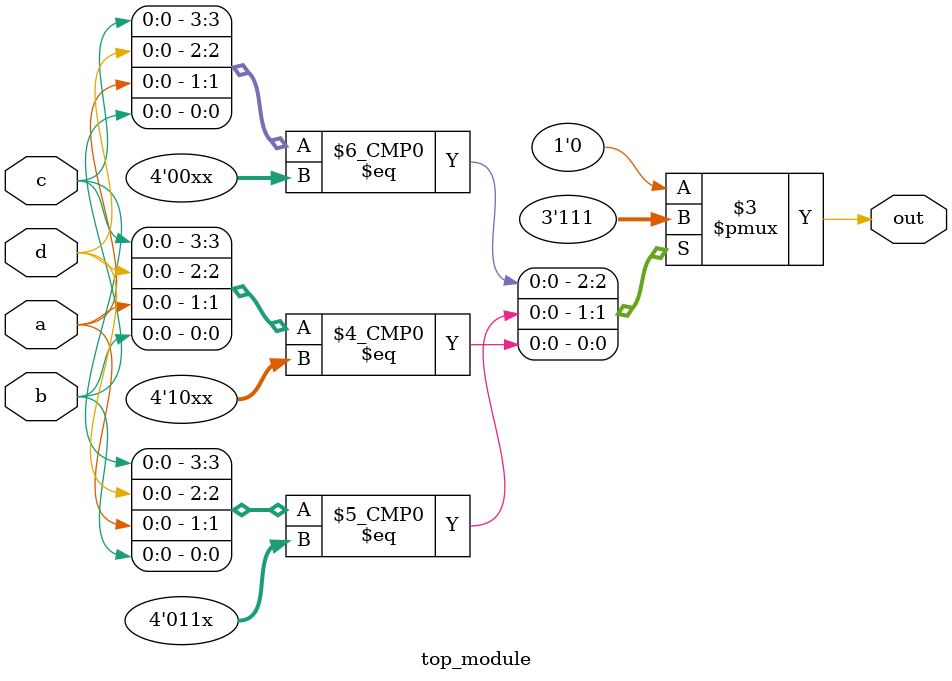
<source format=sv>
module top_module (
	input a, 
	input b,
	input c,
	input d,
	output reg out
);

always @ (a or b or c or d)
begin
    case ({c, d, a, b})
        4'b00xx: out = 1;
        4'b000x: out = 0;
        4'b011x: out = 1;
        4'b10xx: out = 1;
        default: out = 0;
    endcase
end

endmodule

</source>
